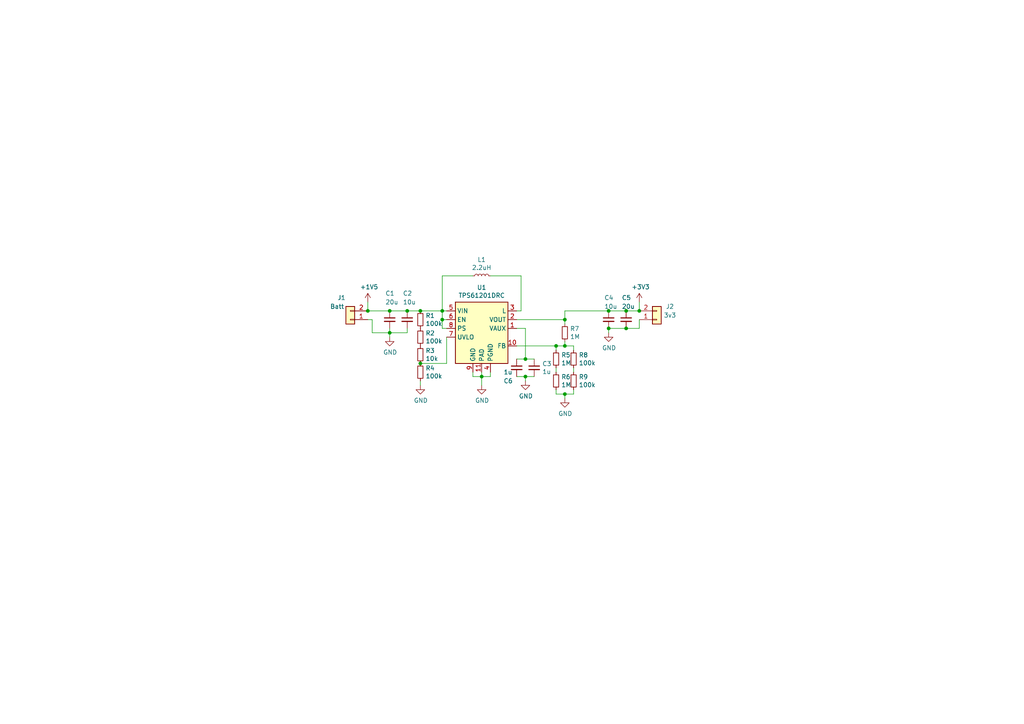
<source format=kicad_sch>
(kicad_sch (version 20231120) (generator "eeschema") (generator_version "8.0")
  (paper "A4")
  (lib_symbols
    (symbol "Connector_Generic:Conn_01x02" (pin_names (offset 1.016) hide)
      (property "Reference" "J" (at 0 2.54 0))
      (property "Value" "Conn_01x02" (at 0 -5.08 0))
      (symbol "Conn_01x02_1_1"
        (rectangle (start -1.27 -2.413) (end 0 -2.667) (stroke (width 0.1524)))
        (rectangle (start -1.27 0.127) (end 0 -0.127) (stroke (width 0.1524)))
        (rectangle (start -1.27 1.27) (end 1.27 -3.81) (stroke (width 0.254)) (fill (type background)))
        (pin passive line (at -5.08 0 0) (length 3.81) (name "Pin_1") (number "1"))
        (pin passive line (at -5.08 -2.54 0) (length 3.81) (name "Pin_2") (number "2"))
      )
    )
    (symbol "Device:C_Small" (pin_numbers hide) (pin_names (offset 0.254) hide)
      (property "Reference" "C" (at 0.254 1.778 0))
      (property "Value" "C_Small" (at 0.254 -2.032 0))
      (symbol "C_Small_0_1"
        (polyline (pts (xy -1.524 -0.508) (xy 1.524 -0.508)) (stroke (width 0.3302)))
        (polyline (pts (xy -1.524 0.508) (xy 1.524 0.508)) (stroke (width 0.3048)))
      )
      (symbol "C_Small_1_1"
        (pin passive line (at 0 2.54 270) (length 2.032) (name "~") (number "1"))
        (pin passive line (at 0 -2.54 90) (length 2.032) (name "~") (number "2"))
      )
    )
    (symbol "Device:L_Small" (pin_numbers hide) (pin_names (offset 0.254) hide)
      (property "Reference" "L" (at 0.762 1.016 0))
      (property "Value" "L_Small" (at 0.762 -1.016 0))
      (symbol "L_Small_0_1"
        (arc (start 0 -2.032) (mid 0.5058 -1.524) (end 0 -1.016))
        (arc (start 0 -1.016) (mid 0.5058 -0.508) (end 0 0))
        (arc (start 0 0) (mid 0.5058 0.508) (end 0 1.016))
        (arc (start 0 1.016) (mid 0.5058 1.524) (end 0 2.032))
      )
      (symbol "L_Small_1_1"
        (pin passive line (at 0 2.54 270) (length 0.508) (name "~") (number "1"))
        (pin passive line (at 0 -2.54 90) (length 0.508) (name "~") (number "2"))
      )
    )
    (symbol "Device:R_Small" (pin_numbers hide) (pin_names (offset 0.254) hide)
      (property "Reference" "R" (at 0.762 0.508 0))
      (property "Value" "R_Small" (at 0.762 -1.016 0))
      (symbol "R_Small_0_1"
        (rectangle (start -0.762 1.778) (end 0.762 -1.778) (stroke (width 0.2032)))
      )
      (symbol "R_Small_1_1"
        (pin passive line (at 0 2.54 270) (length 0.762) (name "~") (number "1"))
        (pin passive line (at 0 -2.54 90) (length 0.762) (name "~") (number "2"))
      )
    )
    (symbol "Regulator_Switching:TPS61201DRC"
      (property "Reference" "U" (at -10.16 8.89 0))
      (property "Value" "TPS61201DRC" (at -2.54 8.89 0))
      (symbol "TPS61201DRC_0_1"
        (rectangle (start -7.62 7.62) (end 7.62 -10.16) (stroke (width 0.254)) (fill (type background)))
      )
      (symbol "TPS61201DRC_1_1"
        (pin bidirectional line (at 10.16 0 180) (length 2.54) (name "VAUX") (number "1"))
        (pin input line (at 10.16 -5.08 180) (length 2.54) (name "FB") (number "10"))
        (pin power_in line (at 0 -12.7 90) (length 2.54) (name "PAD") (number "11"))
        (pin power_out line (at 10.16 2.54 180) (length 2.54) (name "VOUT") (number "2"))
        (pin input line (at 10.16 5.08 180) (length 2.54) (name "L") (number "3"))
        (pin power_in line (at 2.54 -12.7 90) (length 2.54) (name "PGND") (number "4"))
        (pin power_in line (at -10.16 5.08 0) (length 2.54) (name "VIN") (number "5"))
        (pin input line (at -10.16 2.54 0) (length 2.54) (name "EN") (number "6"))
        (pin input line (at -10.16 -2.54 0) (length 2.54) (name "UVLO") (number "7"))
        (pin input line (at -10.16 0 0) (length 2.54) (name "PS") (number "8"))
        (pin power_in line (at -2.54 -12.7 90) (length 2.54) (name "GND") (number "9"))
      )
    )
    (symbol "power:+1V5" (power) (pin_names (offset 0))
      (property "Value" "+1V5" (at 0 3.556 0))
      (symbol "+1V5_0_1"
        (polyline (pts (xy -0.762 1.27) (xy 0 2.54)))
        (polyline (pts (xy 0 0) (xy 0 2.54)))
        (polyline (pts (xy 0 2.54) (xy 0.762 1.27)))
      )
      (symbol "+1V5_1_1"
        (pin power_in line (at 0 0 90) (length 0) hide (name "+1V5") (number "1"))
      )
    )
    (symbol "power:+3V3" (power) (pin_names (offset 0))
      (property "Value" "+3V3" (at 0 3.556 0))
      (symbol "+3V3_0_1"
        (polyline (pts (xy -0.762 1.27) (xy 0 2.54)))
        (polyline (pts (xy 0 0) (xy 0 2.54)))
        (polyline (pts (xy 0 2.54) (xy 0.762 1.27)))
      )
      (symbol "+3V3_1_1"
        (pin power_in line (at 0 0 90) (length 0) hide (name "+3V3") (number "1"))
      )
    )
    (symbol "power:GND" (power) (pin_names (offset 0))
      (property "Value" "GND" (at 0 -3.81 0))
      (symbol "GND_0_1"
        (polyline (pts (xy 0 0) (xy 0 -1.27) (xy 1.27 -1.27) (xy 0 -2.54) (xy -1.27 -1.27) (xy 0 -1.27)))
      )
      (symbol "GND_1_1"
        (pin power_in line (at 0 0 270) (length 0) hide (name "GND") (number "1"))
      )
    )
  )
  (junction (at 163.83 92.71))
  (junction (at 152.4 109.22))
  (junction (at 113.03 90.17))
  (junction (at 118.11 90.17))
  (junction (at 121.92 105.41))
  (junction (at 161.29 100.33))
  (junction (at 121.92 90.17))
  (junction (at 176.53 95.25))
  (junction (at 181.61 90.17))
  (junction (at 106.68 90.17))
  (junction (at 176.53 90.17))
  (junction (at 128.27 90.17))
  (junction (at 113.03 96.52))
  (junction (at 185.42 90.17))
  (junction (at 163.83 114.3))
  (junction (at 181.61 95.25))
  (junction (at 152.4 104.14))
  (junction (at 163.83 100.33))
  (junction (at 139.7 109.22))
  (junction (at 128.27 92.71))
  (wire (pts (xy 137.16 107.95) (xy 137.16 109.22)))
  (wire (pts (xy 152.4 109.22) (xy 154.94 109.22)))
  (wire (pts (xy 139.7 107.95) (xy 139.7 109.22)))
  (wire (pts (xy 151.13 90.17) (xy 149.86 90.17)))
  (wire (pts (xy 176.53 96.52) (xy 176.53 95.25)))
  (wire (pts (xy 121.92 110.49) (xy 121.92 111.76)))
  (wire (pts (xy 128.27 80.01) (xy 128.27 90.17)))
  (wire (pts (xy 149.86 104.14) (xy 152.4 104.14)))
  (wire (pts (xy 142.24 80.01) (xy 151.13 80.01)))
  (wire (pts (xy 107.95 92.71) (xy 107.95 96.52)))
  (wire (pts (xy 161.29 114.3) (xy 163.83 114.3)))
  (wire (pts (xy 139.7 109.22) (xy 142.24 109.22)))
  (wire (pts (xy 166.37 100.33) (xy 166.37 101.6)))
  (wire (pts (xy 118.11 90.17) (xy 121.92 90.17)))
  (wire (pts (xy 185.42 87.63) (xy 185.42 90.17)))
  (wire (pts (xy 163.83 100.33) (xy 166.37 100.33)))
  (wire (pts (xy 163.83 115.57) (xy 163.83 114.3)))
  (wire (pts (xy 113.03 96.52) (xy 118.11 96.52)))
  (wire (pts (xy 163.83 114.3) (xy 166.37 114.3)))
  (wire (pts (xy 149.86 95.25) (xy 152.4 95.25)))
  (wire (pts (xy 166.37 106.68) (xy 166.37 107.95)))
  (wire (pts (xy 128.27 95.25) (xy 128.27 92.71)))
  (wire (pts (xy 152.4 110.49) (xy 152.4 109.22)))
  (wire (pts (xy 107.95 96.52) (xy 113.03 96.52)))
  (wire (pts (xy 163.83 90.17) (xy 176.53 90.17)))
  (wire (pts (xy 106.68 87.63) (xy 106.68 90.17)))
  (wire (pts (xy 163.83 92.71) (xy 163.83 90.17)))
  (wire (pts (xy 161.29 113.03) (xy 161.29 114.3)))
  (wire (pts (xy 163.83 99.06) (xy 163.83 100.33)))
  (wire (pts (xy 129.54 92.71) (xy 128.27 92.71)))
  (wire (pts (xy 137.16 109.22) (xy 139.7 109.22)))
  (wire (pts (xy 151.13 80.01) (xy 151.13 90.17)))
  (wire (pts (xy 176.53 90.17) (xy 181.61 90.17)))
  (wire (pts (xy 149.86 109.22) (xy 152.4 109.22)))
  (wire (pts (xy 113.03 95.25) (xy 113.03 96.52)))
  (wire (pts (xy 129.54 95.25) (xy 128.27 95.25)))
  (wire (pts (xy 129.54 105.41) (xy 129.54 97.79)))
  (wire (pts (xy 185.42 92.71) (xy 185.42 95.25)))
  (wire (pts (xy 185.42 95.25) (xy 181.61 95.25)))
  (wire (pts (xy 118.11 96.52) (xy 118.11 95.25)))
  (wire (pts (xy 137.16 80.01) (xy 128.27 80.01)))
  (wire (pts (xy 128.27 90.17) (xy 129.54 90.17)))
  (wire (pts (xy 139.7 111.76) (xy 139.7 109.22)))
  (wire (pts (xy 142.24 109.22) (xy 142.24 107.95)))
  (wire (pts (xy 161.29 100.33) (xy 163.83 100.33)))
  (wire (pts (xy 152.4 104.14) (xy 154.94 104.14)))
  (wire (pts (xy 106.68 92.71) (xy 107.95 92.71)))
  (wire (pts (xy 166.37 114.3) (xy 166.37 113.03)))
  (wire (pts (xy 113.03 90.17) (xy 118.11 90.17)))
  (wire (pts (xy 152.4 95.25) (xy 152.4 104.14)))
  (wire (pts (xy 163.83 92.71) (xy 163.83 93.98)))
  (wire (pts (xy 121.92 105.41) (xy 129.54 105.41)))
  (wire (pts (xy 121.92 90.17) (xy 128.27 90.17)))
  (wire (pts (xy 106.68 90.17) (xy 113.03 90.17)))
  (wire (pts (xy 149.86 92.71) (xy 163.83 92.71)))
  (wire (pts (xy 181.61 90.17) (xy 185.42 90.17)))
  (wire (pts (xy 161.29 106.68) (xy 161.29 107.95)))
  (wire (pts (xy 149.86 100.33) (xy 161.29 100.33)))
  (wire (pts (xy 181.61 95.25) (xy 176.53 95.25)))
  (wire (pts (xy 128.27 92.71) (xy 128.27 90.17)))
  (wire (pts (xy 161.29 101.6) (xy 161.29 100.33)))
  (wire (pts (xy 113.03 97.79) (xy 113.03 96.52)))
  (symbol (lib_id "Regulator_Switching:TPS61201DRC") (at 139.7 95.25 0) (unit 1)
    (property "Reference" "U1" (at 139.7 83.3882 0))
    (property "Value" "TPS61201DRC" (at 139.7 85.6996 0))
    (property "Footprint" "Package_SON:Texas_S-PVSON-N10_ThermalVias" (effects (hide yes)))
    (property "Datasheet" "http://www.ti.com/lit/ds/symlink/tps61200.pdf" (effects (hide yes)))
  )
  (symbol (lib_id "power:GND") (at 139.7 111.76 0) (unit 1)
    (property "Reference" "#PWR0101" (effects (hide yes)))
    (property "Value" "GND" (at 139.827 116.1542 0))
  )
  (symbol (lib_id "Connector_Generic:Conn_01x02") (at 101.6 92.71 180) (unit 1)
    (property "Reference" "J1" (at 99.06 86.36 0))
    (property "Value" "Batt" (at 97.79 88.9 0))
    (property "Footprint" "Connector_PinHeader_2.54mm:PinHeader_1x02_P2.54mm_Vertical" (effects (hide yes)))
  )
  (symbol (lib_id "Connector_Generic:Conn_01x02") (at 190.5 92.71 0) (mirror x) (unit 1)
    (property "Reference" "J2" (at 194.31 88.9 0))
    (property "Value" "3v3" (at 194.31 91.44 0))
    (property "Footprint" "Connector_PinHeader_2.54mm:PinHeader_1x02_P2.54mm_Vertical" (effects (hide yes)))
  )
  (symbol (lib_id "power:+1V5") (at 106.68 87.63 0) (unit 1)
    (property "Reference" "#PWR0102" (effects (hide yes)))
    (property "Value" "+1V5" (at 107.061 83.2358 0))
  )
  (symbol (lib_id "Device:C_Small") (at 113.03 92.71 0) (unit 1)
    (property "Reference" "C1" (at 111.76 85.09 0) (effects (justify left)))
    (property "Value" "20u" (at 111.76 87.63 0) (effects (justify left)))
    (property "Footprint" "Capacitor_SMD:C_0603_1608Metric_Pad1.05x0.95mm_HandSolder" (effects (hide yes)))
  )
  (symbol (lib_id "Device:C_Small") (at 118.11 92.71 0) (unit 1)
    (property "Reference" "C2" (at 116.84 85.09 0) (effects (justify left)))
    (property "Value" "10u" (at 116.84 87.63 0) (effects (justify left)))
    (property "Footprint" "Capacitor_SMD:C_0402_1005Metric" (effects (hide yes)))
  )
  (symbol (lib_id "Device:C_Small") (at 154.94 106.68 0) (unit 1)
    (property "Reference" "C3" (at 157.2768 105.5116 0) (effects (justify left)))
    (property "Value" "1u" (at 157.2768 107.823 0) (effects (justify left)))
    (property "Footprint" "Capacitor_SMD:C_0201_0603Metric" (effects (hide yes)))
  )
  (symbol (lib_id "Device:C_Small") (at 181.61 92.71 0) (unit 1)
    (property "Reference" "C5" (at 180.34 86.36 0) (effects (justify left)))
    (property "Value" "20u" (at 180.34 88.9 0) (effects (justify left)))
    (property "Footprint" "Capacitor_SMD:C_0603_1608Metric_Pad1.05x0.95mm_HandSolder" (effects (hide yes)))
  )
  (symbol (lib_id "Device:C_Small") (at 176.53 92.71 0) (unit 1)
    (property "Reference" "C4" (at 175.26 86.36 0) (effects (justify left)))
    (property "Value" "10u" (at 175.26 88.9 0) (effects (justify left)))
    (property "Footprint" "Capacitor_SMD:C_0402_1005Metric" (effects (hide yes)))
  )
  (symbol (lib_id "Device:L_Small") (at 139.7 80.01 90) (unit 1)
    (property "Reference" "L1" (at 139.7 75.311 90))
    (property "Value" "2.2uH" (at 139.7 77.6224 90))
    (property "Footprint" "Inductor_SMD:L_Abracon_ASPI-3012S" (effects (hide yes)))
  )
  (symbol (lib_id "Device:R_Small") (at 121.92 92.71 0) (unit 1)
    (property "Reference" "R1" (at 123.4186 91.5416 0) (effects (justify left)))
    (property "Value" "100k" (at 123.4186 93.853 0) (effects (justify left)))
    (property "Footprint" "Resistor_SMD:R_0603_1608Metric_Pad1.05x0.95mm_HandSolder" (effects (hide yes)))
  )
  (symbol (lib_id "Device:R_Small") (at 121.92 97.79 0) (unit 1)
    (property "Reference" "R2" (at 123.4186 96.6216 0) (effects (justify left)))
    (property "Value" "100k" (at 123.4186 98.933 0) (effects (justify left)))
    (property "Footprint" "Resistor_SMD:R_0603_1608Metric_Pad1.05x0.95mm_HandSolder" (effects (hide yes)))
  )
  (symbol (lib_id "Device:R_Small") (at 121.92 102.87 0) (unit 1)
    (property "Reference" "R3" (at 123.4186 101.7016 0) (effects (justify left)))
    (property "Value" "10k" (at 123.4186 104.013 0) (effects (justify left)))
    (property "Footprint" "Resistor_SMD:R_0603_1608Metric_Pad1.05x0.95mm_HandSolder" (effects (hide yes)))
  )
  (symbol (lib_id "Device:R_Small") (at 121.92 107.95 0) (unit 1)
    (property "Reference" "R4" (at 123.4186 106.7816 0) (effects (justify left)))
    (property "Value" "100k" (at 123.4186 109.093 0) (effects (justify left)))
    (property "Footprint" "Resistor_SMD:R_0603_1608Metric_Pad1.05x0.95mm_HandSolder" (effects (hide yes)))
  )
  (symbol (lib_id "power:GND") (at 121.92 111.76 0) (unit 1)
    (property "Reference" "#PWR0103" (effects (hide yes)))
    (property "Value" "GND" (at 122.047 116.1542 0))
  )
  (symbol (lib_id "power:GND") (at 113.03 97.79 0) (unit 1)
    (property "Reference" "#PWR0104" (effects (hide yes)))
    (property "Value" "GND" (at 113.157 102.1842 0))
  )
  (symbol (lib_id "power:+3V3") (at 185.42 87.63 0) (unit 1)
    (property "Reference" "#PWR0105" (effects (hide yes)))
    (property "Value" "+3V3" (at 185.801 83.2358 0))
  )
  (symbol (lib_id "Device:R_Small") (at 163.83 96.52 0) (unit 1)
    (property "Reference" "R7" (at 165.3286 95.3516 0) (effects (justify left)))
    (property "Value" "1M" (at 165.3286 97.663 0) (effects (justify left)))
    (property "Footprint" "Resistor_SMD:R_0603_1608Metric_Pad1.05x0.95mm_HandSolder" (effects (hide yes)))
  )
  (symbol (lib_id "Device:R_Small") (at 161.29 104.14 0) (unit 1)
    (property "Reference" "R5" (at 162.7886 102.9716 0) (effects (justify left)))
    (property "Value" "1M" (at 162.7886 105.283 0) (effects (justify left)))
    (property "Footprint" "Resistor_SMD:R_0603_1608Metric_Pad1.05x0.95mm_HandSolder" (effects (hide yes)))
  )
  (symbol (lib_id "Device:R_Small") (at 161.29 110.49 0) (unit 1)
    (property "Reference" "R6" (at 162.7886 109.3216 0) (effects (justify left)))
    (property "Value" "1M" (at 162.7886 111.633 0) (effects (justify left)))
    (property "Footprint" "Resistor_SMD:R_0603_1608Metric_Pad1.05x0.95mm_HandSolder" (effects (hide yes)))
  )
  (symbol (lib_id "Device:R_Small") (at 166.37 104.14 0) (unit 1)
    (property "Reference" "R8" (at 167.8686 102.9716 0) (effects (justify left)))
    (property "Value" "100k" (at 167.8686 105.283 0) (effects (justify left)))
    (property "Footprint" "Resistor_SMD:R_0603_1608Metric_Pad1.05x0.95mm_HandSolder" (effects (hide yes)))
  )
  (symbol (lib_id "Device:R_Small") (at 166.37 110.49 0) (unit 1)
    (property "Reference" "R9" (at 167.8686 109.3216 0) (effects (justify left)))
    (property "Value" "100k" (at 167.8686 111.633 0) (effects (justify left)))
    (property "Footprint" "Resistor_SMD:R_0603_1608Metric_Pad1.05x0.95mm_HandSolder" (effects (hide yes)))
  )
  (symbol (lib_id "power:GND") (at 152.4 110.49 0) (unit 1)
    (property "Reference" "#PWR0106" (effects (hide yes)))
    (property "Value" "GND" (at 152.527 114.8842 0))
  )
  (symbol (lib_id "power:GND") (at 163.83 115.57 0) (unit 1)
    (property "Reference" "#PWR0107" (effects (hide yes)))
    (property "Value" "GND" (at 163.957 119.9642 0))
  )
  (symbol (lib_id "power:GND") (at 176.53 96.52 0) (unit 1)
    (property "Reference" "#PWR0108" (effects (hide yes)))
    (property "Value" "GND" (at 176.657 100.9142 0))
  )
  (symbol (lib_id "Device:C_Small") (at 149.86 106.68 0) (unit 1)
    (property "Reference" "C6" (at 146.05 110.49 0) (effects (justify left)))
    (property "Value" "1u" (at 146.05 107.95 0) (effects (justify left)))
    (property "Footprint" "Capacitor_SMD:C_0201_0603Metric" (effects (hide yes)))
  )
)
</source>
